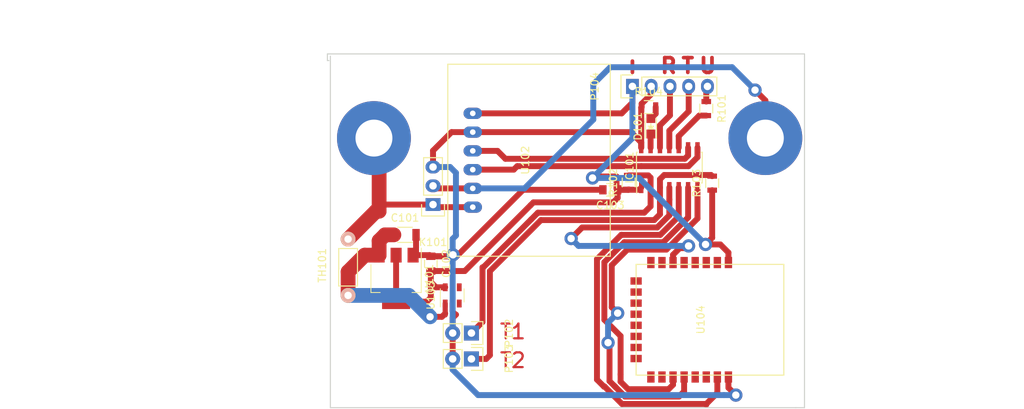
<source format=kicad_pcb>
(kicad_pcb (version 4) (host pcbnew 4.0.6)

  (general
    (links 46)
    (no_connects 0)
    (area 126.624999 96.524999 191.375001 144.575001)
    (thickness 1.6)
    (drawings 32)
    (tracks 227)
    (zones 0)
    (modules 20)
    (nets 21)
  )

  (page A4)
  (layers
    (0 F.Cu signal)
    (31 B.Cu signal)
    (32 B.Adhes user)
    (33 F.Adhes user)
    (34 B.Paste user)
    (35 F.Paste user)
    (36 B.SilkS user)
    (37 F.SilkS user)
    (38 B.Mask user)
    (39 F.Mask user)
    (40 Dwgs.User user)
    (41 Cmts.User user)
    (42 Eco1.User user)
    (43 Eco2.User user)
    (44 Edge.Cuts user)
    (45 Margin user)
    (46 B.CrtYd user)
    (47 F.CrtYd user)
    (48 B.Fab user)
    (49 F.Fab user)
  )

  (setup
    (last_trace_width 0.8)
    (trace_clearance 0.2)
    (zone_clearance 0.5)
    (zone_45_only yes)
    (trace_min 0.2)
    (segment_width 0.2)
    (edge_width 0.15)
    (via_size 1.8)
    (via_drill 1)
    (via_min_size 0.4)
    (via_min_drill 0.3)
    (uvia_size 0.3)
    (uvia_drill 0.1)
    (uvias_allowed no)
    (uvia_min_size 0.2)
    (uvia_min_drill 0.1)
    (pcb_text_width 0.3)
    (pcb_text_size 1.5 1.5)
    (mod_edge_width 0.15)
    (mod_text_size 1 1)
    (mod_text_width 0.15)
    (pad_size 1.524 1.524)
    (pad_drill 0.762)
    (pad_to_mask_clearance 0.2)
    (aux_axis_origin 126.9 144.7)
    (visible_elements FFFFFF7F)
    (pcbplotparams
      (layerselection 0x00000_80000001)
      (usegerberextensions false)
      (excludeedgelayer true)
      (linewidth 0.100000)
      (plotframeref false)
      (viasonmask false)
      (mode 1)
      (useauxorigin true)
      (hpglpennumber 1)
      (hpglpenspeed 20)
      (hpglpendiameter 15)
      (hpglpenoverlay 2)
      (psnegative false)
      (psa4output false)
      (plotreference true)
      (plotvalue true)
      (plotinvisibletext false)
      (padsonsilk false)
      (subtractmaskfromsilk false)
      (outputformat 1)
      (mirror false)
      (drillshape 0)
      (scaleselection 1)
      (outputdirectory ""))
  )

  (net 0 "")
  (net 1 GND)
  (net 2 5V)
  (net 3 TEMP1)
  (net 4 TEMP2)
  (net 5 RS-RX)
  (net 6 RS-TX)
  (net 7 SDA)
  (net 8 SCL)
  (net 9 "Net-(IC101-Pad10)")
  (net 10 TX)
  (net 11 RX)
  (net 12 IN+)
  (net 13 IN-)
  (net 14 UDPI)
  (net 15 3V)
  (net 16 "Net-(C101-Pad1)")
  (net 17 "Net-(D101-Pad2)")
  (net 18 LED)
  (net 19 WAKEUP)
  (net 20 RESET)

  (net_class Default "This is the default net class."
    (clearance 0.2)
    (trace_width 0.8)
    (via_dia 1.8)
    (via_drill 1)
    (uvia_dia 0.3)
    (uvia_drill 0.1)
    (add_net 3V)
    (add_net GND)
    (add_net IN+)
    (add_net IN-)
    (add_net LED)
    (add_net "Net-(C101-Pad1)")
    (add_net "Net-(D101-Pad2)")
    (add_net "Net-(IC101-Pad10)")
    (add_net RESET)
    (add_net RS-RX)
    (add_net RS-TX)
    (add_net RX)
    (add_net SCL)
    (add_net SDA)
    (add_net TEMP1)
    (add_net TEMP2)
    (add_net TX)
    (add_net UDPI)
    (add_net WAKEUP)
  )

  (module Capacitors_SMD:C_1206 (layer F.Cu) (tedit 5415D7BD) (tstamp 62F8FE7B)
    (at 137.2 121.1)
    (descr "Capacitor SMD 1206, reflow soldering, AVX (see smccp.pdf)")
    (tags "capacitor 1206")
    (path /62F9089E)
    (attr smd)
    (fp_text reference C101 (at 0 -2.3) (layer F.SilkS)
      (effects (font (size 1 1) (thickness 0.15)))
    )
    (fp_text value 1uF (at 0 2.3) (layer F.Fab)
      (effects (font (size 1 1) (thickness 0.15)))
    )
    (fp_line (start -1.6 0.8) (end -1.6 -0.8) (layer F.Fab) (width 0.15))
    (fp_line (start 1.6 0.8) (end -1.6 0.8) (layer F.Fab) (width 0.15))
    (fp_line (start 1.6 -0.8) (end 1.6 0.8) (layer F.Fab) (width 0.15))
    (fp_line (start -1.6 -0.8) (end 1.6 -0.8) (layer F.Fab) (width 0.15))
    (fp_line (start -2.3 -1.15) (end 2.3 -1.15) (layer F.CrtYd) (width 0.05))
    (fp_line (start -2.3 1.15) (end 2.3 1.15) (layer F.CrtYd) (width 0.05))
    (fp_line (start -2.3 -1.15) (end -2.3 1.15) (layer F.CrtYd) (width 0.05))
    (fp_line (start 2.3 -1.15) (end 2.3 1.15) (layer F.CrtYd) (width 0.05))
    (fp_line (start 1 -1.025) (end -1 -1.025) (layer F.SilkS) (width 0.15))
    (fp_line (start -1 1.025) (end 1 1.025) (layer F.SilkS) (width 0.15))
    (pad 1 smd rect (at -1.5 0) (size 1 1.6) (layers F.Cu F.Paste F.Mask)
      (net 16 "Net-(C101-Pad1)"))
    (pad 2 smd rect (at 1.5 0) (size 1 1.6) (layers F.Cu F.Paste F.Mask)
      (net 1 GND))
    (model Capacitors_SMD.3dshapes/C_1206.wrl
      (at (xyz 0 0 0))
      (scale (xyz 1 1 1))
      (rotate (xyz 0 0 0))
    )
  )

  (module Capacitors_SMD:C_0805 (layer F.Cu) (tedit 5415D6EA) (tstamp 62F8FE81)
    (at 140.7 125 270)
    (descr "Capacitor SMD 0805, reflow soldering, AVX (see smccp.pdf)")
    (tags "capacitor 0805")
    (path /62F8F8E4)
    (attr smd)
    (fp_text reference C102 (at 0 -2.1 270) (layer F.SilkS)
      (effects (font (size 1 1) (thickness 0.15)))
    )
    (fp_text value 10uF (at 0 2.1 270) (layer F.Fab)
      (effects (font (size 1 1) (thickness 0.15)))
    )
    (fp_line (start -1 0.625) (end -1 -0.625) (layer F.Fab) (width 0.15))
    (fp_line (start 1 0.625) (end -1 0.625) (layer F.Fab) (width 0.15))
    (fp_line (start 1 -0.625) (end 1 0.625) (layer F.Fab) (width 0.15))
    (fp_line (start -1 -0.625) (end 1 -0.625) (layer F.Fab) (width 0.15))
    (fp_line (start -1.8 -1) (end 1.8 -1) (layer F.CrtYd) (width 0.05))
    (fp_line (start -1.8 1) (end 1.8 1) (layer F.CrtYd) (width 0.05))
    (fp_line (start -1.8 -1) (end -1.8 1) (layer F.CrtYd) (width 0.05))
    (fp_line (start 1.8 -1) (end 1.8 1) (layer F.CrtYd) (width 0.05))
    (fp_line (start 0.5 -0.85) (end -0.5 -0.85) (layer F.SilkS) (width 0.15))
    (fp_line (start -0.5 0.85) (end 0.5 0.85) (layer F.SilkS) (width 0.15))
    (pad 1 smd rect (at -1 0 270) (size 1 1.25) (layers F.Cu F.Paste F.Mask)
      (net 1 GND))
    (pad 2 smd rect (at 1 0 270) (size 1 1.25) (layers F.Cu F.Paste F.Mask)
      (net 15 3V))
    (model Capacitors_SMD.3dshapes/C_0805.wrl
      (at (xyz 0 0 0))
      (scale (xyz 1 1 1))
      (rotate (xyz 0 0 0))
    )
  )

  (module Capacitors_SMD:C_0805 (layer F.Cu) (tedit 5415D6EA) (tstamp 62F8FE87)
    (at 165 115 180)
    (descr "Capacitor SMD 0805, reflow soldering, AVX (see smccp.pdf)")
    (tags "capacitor 0805")
    (path /62F8F962)
    (attr smd)
    (fp_text reference C103 (at 0 -2.1 180) (layer F.SilkS)
      (effects (font (size 1 1) (thickness 0.15)))
    )
    (fp_text value 100nF (at 0 2.1 180) (layer F.Fab)
      (effects (font (size 1 1) (thickness 0.15)))
    )
    (fp_line (start -1 0.625) (end -1 -0.625) (layer F.Fab) (width 0.15))
    (fp_line (start 1 0.625) (end -1 0.625) (layer F.Fab) (width 0.15))
    (fp_line (start 1 -0.625) (end 1 0.625) (layer F.Fab) (width 0.15))
    (fp_line (start -1 -0.625) (end 1 -0.625) (layer F.Fab) (width 0.15))
    (fp_line (start -1.8 -1) (end 1.8 -1) (layer F.CrtYd) (width 0.05))
    (fp_line (start -1.8 1) (end 1.8 1) (layer F.CrtYd) (width 0.05))
    (fp_line (start -1.8 -1) (end -1.8 1) (layer F.CrtYd) (width 0.05))
    (fp_line (start 1.8 -1) (end 1.8 1) (layer F.CrtYd) (width 0.05))
    (fp_line (start 0.5 -0.85) (end -0.5 -0.85) (layer F.SilkS) (width 0.15))
    (fp_line (start -0.5 0.85) (end 0.5 0.85) (layer F.SilkS) (width 0.15))
    (pad 1 smd rect (at -1 0 180) (size 1 1.25) (layers F.Cu F.Paste F.Mask)
      (net 15 3V))
    (pad 2 smd rect (at 1 0 180) (size 1 1.25) (layers F.Cu F.Paste F.Mask)
      (net 1 GND))
    (model Capacitors_SMD.3dshapes/C_0805.wrl
      (at (xyz 0 0 0))
      (scale (xyz 1 1 1))
      (rotate (xyz 0 0 0))
    )
  )

  (module Housings_SOIC:SOIC-14_3.9x8.7mm_Pitch1.27mm (layer F.Cu) (tedit 574D9791) (tstamp 62F8FE99)
    (at 173 112 90)
    (descr "14-Lead Plastic Small Outline (SL) - Narrow, 3.90 mm Body [SOIC] (see Microchip Packaging Specification 00000049BS.pdf)")
    (tags "SOIC 1.27")
    (path /62F8F322)
    (attr smd)
    (fp_text reference IC101 (at 0 -5.375 90) (layer F.SilkS)
      (effects (font (size 1 1) (thickness 0.15)))
    )
    (fp_text value ATTINY3224-SS (at 0 5.375 90) (layer F.Fab)
      (effects (font (size 1 1) (thickness 0.15)))
    )
    (fp_line (start -0.95 -4.35) (end 1.95 -4.35) (layer F.Fab) (width 0.15))
    (fp_line (start 1.95 -4.35) (end 1.95 4.35) (layer F.Fab) (width 0.15))
    (fp_line (start 1.95 4.35) (end -1.95 4.35) (layer F.Fab) (width 0.15))
    (fp_line (start -1.95 4.35) (end -1.95 -3.35) (layer F.Fab) (width 0.15))
    (fp_line (start -1.95 -3.35) (end -0.95 -4.35) (layer F.Fab) (width 0.15))
    (fp_line (start -3.7 -4.65) (end -3.7 4.65) (layer F.CrtYd) (width 0.05))
    (fp_line (start 3.7 -4.65) (end 3.7 4.65) (layer F.CrtYd) (width 0.05))
    (fp_line (start -3.7 -4.65) (end 3.7 -4.65) (layer F.CrtYd) (width 0.05))
    (fp_line (start -3.7 4.65) (end 3.7 4.65) (layer F.CrtYd) (width 0.05))
    (fp_line (start -2.075 -4.45) (end -2.075 -4.425) (layer F.SilkS) (width 0.15))
    (fp_line (start 2.075 -4.45) (end 2.075 -4.335) (layer F.SilkS) (width 0.15))
    (fp_line (start 2.075 4.45) (end 2.075 4.335) (layer F.SilkS) (width 0.15))
    (fp_line (start -2.075 4.45) (end -2.075 4.335) (layer F.SilkS) (width 0.15))
    (fp_line (start -2.075 -4.45) (end 2.075 -4.45) (layer F.SilkS) (width 0.15))
    (fp_line (start -2.075 4.45) (end 2.075 4.45) (layer F.SilkS) (width 0.15))
    (fp_line (start -2.075 -4.425) (end -3.45 -4.425) (layer F.SilkS) (width 0.15))
    (pad 1 smd rect (at -2.7 -3.81 90) (size 1.5 0.6) (layers F.Cu F.Paste F.Mask)
      (net 15 3V))
    (pad 2 smd rect (at -2.7 -2.54 90) (size 1.5 0.6) (layers F.Cu F.Paste F.Mask)
      (net 3 TEMP1))
    (pad 3 smd rect (at -2.7 -1.27 90) (size 1.5 0.6) (layers F.Cu F.Paste F.Mask)
      (net 4 TEMP2))
    (pad 4 smd rect (at -2.7 0 90) (size 1.5 0.6) (layers F.Cu F.Paste F.Mask)
      (net 19 WAKEUP))
    (pad 5 smd rect (at -2.7 1.27 90) (size 1.5 0.6) (layers F.Cu F.Paste F.Mask)
      (net 20 RESET))
    (pad 6 smd rect (at -2.7 2.54 90) (size 1.5 0.6) (layers F.Cu F.Paste F.Mask)
      (net 5 RS-RX))
    (pad 7 smd rect (at -2.7 3.81 90) (size 1.5 0.6) (layers F.Cu F.Paste F.Mask)
      (net 6 RS-TX))
    (pad 8 smd rect (at 2.7 3.81 90) (size 1.5 0.6) (layers F.Cu F.Paste F.Mask)
      (net 7 SDA))
    (pad 9 smd rect (at 2.7 2.54 90) (size 1.5 0.6) (layers F.Cu F.Paste F.Mask)
      (net 8 SCL))
    (pad 10 smd rect (at 2.7 1.27 90) (size 1.5 0.6) (layers F.Cu F.Paste F.Mask)
      (net 9 "Net-(IC101-Pad10)"))
    (pad 11 smd rect (at 2.7 0 90) (size 1.5 0.6) (layers F.Cu F.Paste F.Mask)
      (net 10 TX))
    (pad 12 smd rect (at 2.7 -1.27 90) (size 1.5 0.6) (layers F.Cu F.Paste F.Mask)
      (net 11 RX))
    (pad 13 smd rect (at 2.7 -2.54 90) (size 1.5 0.6) (layers F.Cu F.Paste F.Mask)
      (net 18 LED))
    (pad 14 smd rect (at 2.7 -3.81 90) (size 1.5 0.6) (layers F.Cu F.Paste F.Mask)
      (net 1 GND))
    (model Housings_SOIC.3dshapes/SOIC-14_3.9x8.7mm_Pitch1.27mm.wrl
      (at (xyz 0 0 0))
      (scale (xyz 1 1 1))
      (rotate (xyz 0 0 0))
    )
  )

  (module Pin_Headers:Pin_Header_Straight_1x03 (layer F.Cu) (tedit 0) (tstamp 62F8FEAC)
    (at 141 117 180)
    (descr "Through hole pin header")
    (tags "pin header")
    (path /62F90DF3)
    (fp_text reference K101 (at 0 -5.1 180) (layer F.SilkS)
      (effects (font (size 1 1) (thickness 0.15)))
    )
    (fp_text value CONN_3 (at 0 -3.1 180) (layer F.Fab)
      (effects (font (size 1 1) (thickness 0.15)))
    )
    (fp_line (start -1.75 -1.75) (end -1.75 6.85) (layer F.CrtYd) (width 0.05))
    (fp_line (start 1.75 -1.75) (end 1.75 6.85) (layer F.CrtYd) (width 0.05))
    (fp_line (start -1.75 -1.75) (end 1.75 -1.75) (layer F.CrtYd) (width 0.05))
    (fp_line (start -1.75 6.85) (end 1.75 6.85) (layer F.CrtYd) (width 0.05))
    (fp_line (start -1.27 1.27) (end -1.27 6.35) (layer F.SilkS) (width 0.15))
    (fp_line (start -1.27 6.35) (end 1.27 6.35) (layer F.SilkS) (width 0.15))
    (fp_line (start 1.27 6.35) (end 1.27 1.27) (layer F.SilkS) (width 0.15))
    (fp_line (start 1.55 -1.55) (end 1.55 0) (layer F.SilkS) (width 0.15))
    (fp_line (start 1.27 1.27) (end -1.27 1.27) (layer F.SilkS) (width 0.15))
    (fp_line (start -1.55 0) (end -1.55 -1.55) (layer F.SilkS) (width 0.15))
    (fp_line (start -1.55 -1.55) (end 1.55 -1.55) (layer F.SilkS) (width 0.15))
    (pad 1 thru_hole rect (at 0 0 180) (size 2.032 1.7272) (drill 1.016) (layers *.Cu *.Mask)
      (net 12 IN+))
    (pad 2 thru_hole oval (at 0 2.54 180) (size 2.032 1.7272) (drill 1.016) (layers *.Cu *.Mask)
      (net 13 IN-))
    (pad 3 thru_hole oval (at 0 5.08 180) (size 2.032 1.7272) (drill 1.016) (layers *.Cu *.Mask)
      (net 1 GND))
    (model Pin_Headers.3dshapes/Pin_Header_Straight_1x03.wrl
      (at (xyz 0 -0.1 0))
      (scale (xyz 1 1 1))
      (rotate (xyz 0 0 90))
    )
  )

  (module Pin_Headers:Pin_Header_Straight_1x02 (layer F.Cu) (tedit 54EA090C) (tstamp 62F8FEBA)
    (at 146.2 134.4 270)
    (descr "Through hole pin header")
    (tags "pin header")
    (path /62F9028E)
    (fp_text reference P102 (at 0 -5.1 270) (layer F.SilkS)
      (effects (font (size 1 1) (thickness 0.15)))
    )
    (fp_text value CONN_2 (at 0 -3.1 270) (layer F.Fab)
      (effects (font (size 1 1) (thickness 0.15)))
    )
    (fp_line (start 1.27 1.27) (end 1.27 3.81) (layer F.SilkS) (width 0.15))
    (fp_line (start 1.55 -1.55) (end 1.55 0) (layer F.SilkS) (width 0.15))
    (fp_line (start -1.75 -1.75) (end -1.75 4.3) (layer F.CrtYd) (width 0.05))
    (fp_line (start 1.75 -1.75) (end 1.75 4.3) (layer F.CrtYd) (width 0.05))
    (fp_line (start -1.75 -1.75) (end 1.75 -1.75) (layer F.CrtYd) (width 0.05))
    (fp_line (start -1.75 4.3) (end 1.75 4.3) (layer F.CrtYd) (width 0.05))
    (fp_line (start 1.27 1.27) (end -1.27 1.27) (layer F.SilkS) (width 0.15))
    (fp_line (start -1.55 0) (end -1.55 -1.55) (layer F.SilkS) (width 0.15))
    (fp_line (start -1.55 -1.55) (end 1.55 -1.55) (layer F.SilkS) (width 0.15))
    (fp_line (start -1.27 1.27) (end -1.27 3.81) (layer F.SilkS) (width 0.15))
    (fp_line (start -1.27 3.81) (end 1.27 3.81) (layer F.SilkS) (width 0.15))
    (pad 1 thru_hole rect (at 0 0 270) (size 2.032 2.032) (drill 1.016) (layers *.Cu *.Mask)
      (net 3 TEMP1))
    (pad 2 thru_hole oval (at 0 2.54 270) (size 2.032 2.032) (drill 1.016) (layers *.Cu *.Mask)
      (net 1 GND))
    (model Pin_Headers.3dshapes/Pin_Header_Straight_1x02.wrl
      (at (xyz 0 -0.05 0))
      (scale (xyz 1 1 1))
      (rotate (xyz 0 0 90))
    )
  )

  (module Pin_Headers:Pin_Header_Straight_1x02 (layer F.Cu) (tedit 54EA090C) (tstamp 62F8FEC0)
    (at 146.2 137.9 270)
    (descr "Through hole pin header")
    (tags "pin header")
    (path /62F90323)
    (fp_text reference P103 (at 0 -5.1 270) (layer F.SilkS)
      (effects (font (size 1 1) (thickness 0.15)))
    )
    (fp_text value CONN_2 (at 0 -3.1 270) (layer F.Fab)
      (effects (font (size 1 1) (thickness 0.15)))
    )
    (fp_line (start 1.27 1.27) (end 1.27 3.81) (layer F.SilkS) (width 0.15))
    (fp_line (start 1.55 -1.55) (end 1.55 0) (layer F.SilkS) (width 0.15))
    (fp_line (start -1.75 -1.75) (end -1.75 4.3) (layer F.CrtYd) (width 0.05))
    (fp_line (start 1.75 -1.75) (end 1.75 4.3) (layer F.CrtYd) (width 0.05))
    (fp_line (start -1.75 -1.75) (end 1.75 -1.75) (layer F.CrtYd) (width 0.05))
    (fp_line (start -1.75 4.3) (end 1.75 4.3) (layer F.CrtYd) (width 0.05))
    (fp_line (start 1.27 1.27) (end -1.27 1.27) (layer F.SilkS) (width 0.15))
    (fp_line (start -1.55 0) (end -1.55 -1.55) (layer F.SilkS) (width 0.15))
    (fp_line (start -1.55 -1.55) (end 1.55 -1.55) (layer F.SilkS) (width 0.15))
    (fp_line (start -1.27 1.27) (end -1.27 3.81) (layer F.SilkS) (width 0.15))
    (fp_line (start -1.27 3.81) (end 1.27 3.81) (layer F.SilkS) (width 0.15))
    (pad 1 thru_hole rect (at 0 0 270) (size 2.032 2.032) (drill 1.016) (layers *.Cu *.Mask)
      (net 4 TEMP2))
    (pad 2 thru_hole oval (at 0 2.54 270) (size 2.032 2.032) (drill 1.016) (layers *.Cu *.Mask)
      (net 1 GND))
    (model Pin_Headers.3dshapes/Pin_Header_Straight_1x02.wrl
      (at (xyz 0 -0.05 0))
      (scale (xyz 1 1 1))
      (rotate (xyz 0 0 90))
    )
  )

  (module Pin_Headers:Pin_Header_Straight_1x05 (layer F.Cu) (tedit 54EA0684) (tstamp 62F8FEC9)
    (at 168 101 90)
    (descr "Through hole pin header")
    (tags "pin header")
    (path /62F8FA97)
    (fp_text reference P104 (at 0 -5.1 90) (layer F.SilkS)
      (effects (font (size 1 1) (thickness 0.15)))
    )
    (fp_text value DEBUG (at 0 -3.1 90) (layer F.Fab)
      (effects (font (size 1 1) (thickness 0.15)))
    )
    (fp_line (start -1.55 0) (end -1.55 -1.55) (layer F.SilkS) (width 0.15))
    (fp_line (start -1.55 -1.55) (end 1.55 -1.55) (layer F.SilkS) (width 0.15))
    (fp_line (start 1.55 -1.55) (end 1.55 0) (layer F.SilkS) (width 0.15))
    (fp_line (start -1.75 -1.75) (end -1.75 11.95) (layer F.CrtYd) (width 0.05))
    (fp_line (start 1.75 -1.75) (end 1.75 11.95) (layer F.CrtYd) (width 0.05))
    (fp_line (start -1.75 -1.75) (end 1.75 -1.75) (layer F.CrtYd) (width 0.05))
    (fp_line (start -1.75 11.95) (end 1.75 11.95) (layer F.CrtYd) (width 0.05))
    (fp_line (start 1.27 1.27) (end 1.27 11.43) (layer F.SilkS) (width 0.15))
    (fp_line (start 1.27 11.43) (end -1.27 11.43) (layer F.SilkS) (width 0.15))
    (fp_line (start -1.27 11.43) (end -1.27 1.27) (layer F.SilkS) (width 0.15))
    (fp_line (start 1.27 1.27) (end -1.27 1.27) (layer F.SilkS) (width 0.15))
    (pad 1 thru_hole rect (at 0 0 90) (size 2.032 1.7272) (drill 1.016) (layers *.Cu *.Mask)
      (net 15 3V))
    (pad 2 thru_hole oval (at 0 2.54 90) (size 2.032 1.7272) (drill 1.016) (layers *.Cu *.Mask)
      (net 1 GND))
    (pad 3 thru_hole oval (at 0 5.08 90) (size 2.032 1.7272) (drill 1.016) (layers *.Cu *.Mask)
      (net 11 RX))
    (pad 4 thru_hole oval (at 0 7.62 90) (size 2.032 1.7272) (drill 1.016) (layers *.Cu *.Mask)
      (net 10 TX))
    (pad 5 thru_hole oval (at 0 10.16 90) (size 2.032 1.7272) (drill 1.016) (layers *.Cu *.Mask)
      (net 14 UDPI))
    (model Pin_Headers.3dshapes/Pin_Header_Straight_1x05.wrl
      (at (xyz 0 -0.2 0))
      (scale (xyz 1 1 1))
      (rotate (xyz 0 0 90))
    )
  )

  (module Resistors_SMD:R_0805 (layer F.Cu) (tedit 58307B54) (tstamp 62F8FECF)
    (at 178 104 270)
    (descr "Resistor SMD 0805, reflow soldering, Vishay (see dcrcw.pdf)")
    (tags "resistor 0805")
    (path /62F8FC80)
    (attr smd)
    (fp_text reference R101 (at 0 -2.1 270) (layer F.SilkS)
      (effects (font (size 1 1) (thickness 0.15)))
    )
    (fp_text value 270R (at 0 2.1 270) (layer F.Fab)
      (effects (font (size 1 1) (thickness 0.15)))
    )
    (fp_line (start -1 0.625) (end -1 -0.625) (layer F.Fab) (width 0.1))
    (fp_line (start 1 0.625) (end -1 0.625) (layer F.Fab) (width 0.1))
    (fp_line (start 1 -0.625) (end 1 0.625) (layer F.Fab) (width 0.1))
    (fp_line (start -1 -0.625) (end 1 -0.625) (layer F.Fab) (width 0.1))
    (fp_line (start -1.6 -1) (end 1.6 -1) (layer F.CrtYd) (width 0.05))
    (fp_line (start -1.6 1) (end 1.6 1) (layer F.CrtYd) (width 0.05))
    (fp_line (start -1.6 -1) (end -1.6 1) (layer F.CrtYd) (width 0.05))
    (fp_line (start 1.6 -1) (end 1.6 1) (layer F.CrtYd) (width 0.05))
    (fp_line (start 0.6 0.875) (end -0.6 0.875) (layer F.SilkS) (width 0.15))
    (fp_line (start -0.6 -0.875) (end 0.6 -0.875) (layer F.SilkS) (width 0.15))
    (pad 1 smd rect (at -0.95 0 270) (size 0.7 1.3) (layers F.Cu F.Paste F.Mask)
      (net 14 UDPI))
    (pad 2 smd rect (at 0.95 0 270) (size 0.7 1.3) (layers F.Cu F.Paste F.Mask)
      (net 9 "Net-(IC101-Pad10)"))
    (model Resistors_SMD.3dshapes/R_0805.wrl
      (at (xyz 0 0 0))
      (scale (xyz 1 1 1))
      (rotate (xyz 0 0 0))
    )
  )

  (module Resistors_SMD:R_0805 (layer F.Cu) (tedit 58307B54) (tstamp 62F8FED5)
    (at 167.5 114 90)
    (descr "Resistor SMD 0805, reflow soldering, Vishay (see dcrcw.pdf)")
    (tags "resistor 0805")
    (path /62F8F813)
    (attr smd)
    (fp_text reference R102 (at 0 -2.1 90) (layer F.SilkS)
      (effects (font (size 1 1) (thickness 0.15)))
    )
    (fp_text value 10K (at 0 2.1 90) (layer F.Fab)
      (effects (font (size 1 1) (thickness 0.15)))
    )
    (fp_line (start -1 0.625) (end -1 -0.625) (layer F.Fab) (width 0.1))
    (fp_line (start 1 0.625) (end -1 0.625) (layer F.Fab) (width 0.1))
    (fp_line (start 1 -0.625) (end 1 0.625) (layer F.Fab) (width 0.1))
    (fp_line (start -1 -0.625) (end 1 -0.625) (layer F.Fab) (width 0.1))
    (fp_line (start -1.6 -1) (end 1.6 -1) (layer F.CrtYd) (width 0.05))
    (fp_line (start -1.6 1) (end 1.6 1) (layer F.CrtYd) (width 0.05))
    (fp_line (start -1.6 -1) (end -1.6 1) (layer F.CrtYd) (width 0.05))
    (fp_line (start 1.6 -1) (end 1.6 1) (layer F.CrtYd) (width 0.05))
    (fp_line (start 0.6 0.875) (end -0.6 0.875) (layer F.SilkS) (width 0.15))
    (fp_line (start -0.6 -0.875) (end 0.6 -0.875) (layer F.SilkS) (width 0.15))
    (pad 1 smd rect (at -0.95 0 90) (size 0.7 1.3) (layers F.Cu F.Paste F.Mask)
      (net 15 3V))
    (pad 2 smd rect (at 0.95 0 90) (size 0.7 1.3) (layers F.Cu F.Paste F.Mask)
      (net 3 TEMP1))
    (model Resistors_SMD.3dshapes/R_0805.wrl
      (at (xyz 0 0 0))
      (scale (xyz 1 1 1))
      (rotate (xyz 0 0 0))
    )
  )

  (module Resistors_SMD:R_0805 (layer F.Cu) (tedit 58307B54) (tstamp 62F8FEDB)
    (at 178.8 114.1 90)
    (descr "Resistor SMD 0805, reflow soldering, Vishay (see dcrcw.pdf)")
    (tags "resistor 0805")
    (path /62F8F89A)
    (attr smd)
    (fp_text reference R103 (at 0 -2.1 90) (layer F.SilkS)
      (effects (font (size 1 1) (thickness 0.15)))
    )
    (fp_text value 10K (at 0 2.1 90) (layer F.Fab)
      (effects (font (size 1 1) (thickness 0.15)))
    )
    (fp_line (start -1 0.625) (end -1 -0.625) (layer F.Fab) (width 0.1))
    (fp_line (start 1 0.625) (end -1 0.625) (layer F.Fab) (width 0.1))
    (fp_line (start 1 -0.625) (end 1 0.625) (layer F.Fab) (width 0.1))
    (fp_line (start -1 -0.625) (end 1 -0.625) (layer F.Fab) (width 0.1))
    (fp_line (start -1.6 -1) (end 1.6 -1) (layer F.CrtYd) (width 0.05))
    (fp_line (start -1.6 1) (end 1.6 1) (layer F.CrtYd) (width 0.05))
    (fp_line (start -1.6 -1) (end -1.6 1) (layer F.CrtYd) (width 0.05))
    (fp_line (start 1.6 -1) (end 1.6 1) (layer F.CrtYd) (width 0.05))
    (fp_line (start 0.6 0.875) (end -0.6 0.875) (layer F.SilkS) (width 0.15))
    (fp_line (start -0.6 -0.875) (end 0.6 -0.875) (layer F.SilkS) (width 0.15))
    (pad 1 smd rect (at -0.95 0 90) (size 0.7 1.3) (layers F.Cu F.Paste F.Mask)
      (net 15 3V))
    (pad 2 smd rect (at 0.95 0 90) (size 0.7 1.3) (layers F.Cu F.Paste F.Mask)
      (net 4 TEMP2))
    (model Resistors_SMD.3dshapes/R_0805.wrl
      (at (xyz 0 0 0))
      (scale (xyz 1 1 1))
      (rotate (xyz 0 0 0))
    )
  )

  (module TO_SOT_Packages_SMD:SOT-223-3Lead_TabPin2 (layer F.Cu) (tedit 5891A32E) (tstamp 62F8FEE3)
    (at 136 127 270)
    (descr "module CMS SOT223 4 pins")
    (tags "CMS SOT")
    (path /62F906EF)
    (attr smd)
    (fp_text reference U101 (at 0 -4.5 270) (layer F.SilkS)
      (effects (font (size 1 1) (thickness 0.15)))
    )
    (fp_text value NCP1117ST50T3G (at 0 4.5 270) (layer F.Fab)
      (effects (font (size 1 1) (thickness 0.15)))
    )
    (fp_line (start 1.91 3.41) (end 1.91 2.15) (layer F.SilkS) (width 0.12))
    (fp_line (start 1.91 -3.41) (end 1.91 -2.15) (layer F.SilkS) (width 0.12))
    (fp_line (start 4.4 -3.6) (end -4.4 -3.6) (layer F.CrtYd) (width 0.05))
    (fp_line (start 4.4 3.6) (end 4.4 -3.6) (layer F.CrtYd) (width 0.05))
    (fp_line (start -4.4 3.6) (end 4.4 3.6) (layer F.CrtYd) (width 0.05))
    (fp_line (start -4.4 -3.6) (end -4.4 3.6) (layer F.CrtYd) (width 0.05))
    (fp_line (start -1.85 -2.35) (end -0.85 -3.35) (layer F.Fab) (width 0.1))
    (fp_line (start -1.85 -2.35) (end -1.85 3.35) (layer F.Fab) (width 0.1))
    (fp_line (start -1.85 3.41) (end 1.91 3.41) (layer F.SilkS) (width 0.12))
    (fp_line (start -0.85 -3.35) (end 1.85 -3.35) (layer F.Fab) (width 0.1))
    (fp_line (start -4.1 -3.41) (end 1.91 -3.41) (layer F.SilkS) (width 0.12))
    (fp_line (start -1.85 3.35) (end 1.85 3.35) (layer F.Fab) (width 0.1))
    (fp_line (start 1.85 -3.35) (end 1.85 3.35) (layer F.Fab) (width 0.1))
    (pad 2 smd rect (at 3.15 0 270) (size 2 3.8) (layers F.Cu F.Paste F.Mask)
      (net 15 3V))
    (pad 2 smd rect (at -3.15 0 270) (size 2 1.5) (layers F.Cu F.Paste F.Mask)
      (net 15 3V))
    (pad 3 smd rect (at -3.15 2.3 270) (size 2 1.5) (layers F.Cu F.Paste F.Mask)
      (net 16 "Net-(C101-Pad1)"))
    (pad 1 smd rect (at -3.15 -2.3 270) (size 2 1.5) (layers F.Cu F.Paste F.Mask)
      (net 1 GND))
    (model TO_SOT_Packages_SMD.3dshapes/SOT-223.wrl
      (at (xyz 0 0 0))
      (scale (xyz 0.4 0.4 0.4))
      (rotate (xyz 0 0 90))
    )
  )

  (module Divers:INA219Module (layer F.Cu) (tedit 62F8FDF6) (tstamp 62F8FEF1)
    (at 154 111 270)
    (path /62F8F2F5)
    (fp_text reference U102 (at 0 0.5 270) (layer F.SilkS)
      (effects (font (size 1 1) (thickness 0.15)))
    )
    (fp_text value INA219-module (at 0 -0.5 270) (layer F.Fab)
      (effects (font (size 1 1) (thickness 0.15)))
    )
    (fp_line (start -13 -11) (end 13 -11) (layer F.SilkS) (width 0.15))
    (fp_line (start 13 -11) (end 13 11) (layer F.SilkS) (width 0.15))
    (fp_line (start 13 11) (end -13 11) (layer F.SilkS) (width 0.15))
    (fp_line (start -13 11) (end -13 -11) (layer F.SilkS) (width 0.15))
    (pad 3 thru_hole oval (at -1.27 7.62 270) (size 1.524 2.5) (drill 0.762) (layers *.Cu *.Mask)
      (net 8 SCL))
    (pad 2 thru_hole oval (at -3.81 7.62 270) (size 1.524 2.5) (drill 0.762) (layers *.Cu *.Mask)
      (net 1 GND))
    (pad 1 thru_hole oval (at -6.35 7.62 270) (size 1.524 2.5) (drill 0.762) (layers *.Cu *.Mask)
      (net 15 3V))
    (pad 4 thru_hole oval (at 1.27 7.62 270) (size 1.524 2.5) (drill 0.762) (layers *.Cu *.Mask)
      (net 7 SDA))
    (pad 5 thru_hole oval (at 3.81 7.62 270) (size 1.524 2.5) (drill 0.762) (layers *.Cu *.Mask)
      (net 13 IN-))
    (pad 6 thru_hole oval (at 6.35 7.62 270) (size 1.524 2.5) (drill 0.762) (layers *.Cu *.Mask)
      (net 12 IN+))
  )

  (module TO_SOT_Packages_SMD:SOT-23-5 (layer F.Cu) (tedit 583F3A3F) (tstamp 631A160F)
    (at 143.6 129.3 90)
    (descr "5-pin SOT23 package")
    (tags SOT-23-5)
    (path /631A1898)
    (attr smd)
    (fp_text reference U103 (at 0 -2.9 90) (layer F.SilkS)
      (effects (font (size 1 1) (thickness 0.15)))
    )
    (fp_text value NCP718 (at 0 2.9 90) (layer F.Fab)
      (effects (font (size 1 1) (thickness 0.15)))
    )
    (fp_line (start -0.9 1.61) (end 0.9 1.61) (layer F.SilkS) (width 0.12))
    (fp_line (start 0.9 -1.61) (end -1.55 -1.61) (layer F.SilkS) (width 0.12))
    (fp_line (start -1.9 -1.8) (end 1.9 -1.8) (layer F.CrtYd) (width 0.05))
    (fp_line (start 1.9 -1.8) (end 1.9 1.8) (layer F.CrtYd) (width 0.05))
    (fp_line (start 1.9 1.8) (end -1.9 1.8) (layer F.CrtYd) (width 0.05))
    (fp_line (start -1.9 1.8) (end -1.9 -1.8) (layer F.CrtYd) (width 0.05))
    (fp_line (start 0.9 -1.55) (end -0.9 -1.55) (layer F.Fab) (width 0.15))
    (fp_line (start -0.9 -1.55) (end -0.9 1.55) (layer F.Fab) (width 0.15))
    (fp_line (start 0.9 1.55) (end -0.9 1.55) (layer F.Fab) (width 0.15))
    (fp_line (start 0.9 -1.55) (end 0.9 1.55) (layer F.Fab) (width 0.15))
    (pad 1 smd rect (at -1.1 -0.95 90) (size 1.06 0.65) (layers F.Cu F.Paste F.Mask)
      (net 16 "Net-(C101-Pad1)"))
    (pad 2 smd rect (at -1.1 0 90) (size 1.06 0.65) (layers F.Cu F.Paste F.Mask)
      (net 1 GND))
    (pad 3 smd rect (at -1.1 0.95 90) (size 1.06 0.65) (layers F.Cu F.Paste F.Mask))
    (pad 4 smd rect (at 1.1 0.95 90) (size 1.06 0.65) (layers F.Cu F.Paste F.Mask))
    (pad 5 smd rect (at 1.1 -0.95 90) (size 1.06 0.65) (layers F.Cu F.Paste F.Mask)
      (net 15 3V))
    (model TO_SOT_Packages_SMD.3dshapes/SOT-23-5.wrl
      (at (xyz 0 0 0))
      (scale (xyz 1 1 1))
      (rotate (xyz 0 0 0))
    )
  )

  (module Divers:JDY-25M (layer F.Cu) (tedit 631A1377) (tstamp 631A162F)
    (at 168.5 132.6 270)
    (path /631A1145)
    (fp_text reference U104 (at 0 -8.75 270) (layer F.SilkS)
      (effects (font (size 1 1) (thickness 0.15)))
    )
    (fp_text value JDY25M (at 0 -6 270) (layer F.Fab)
      (effects (font (size 1 1) (thickness 0.15)))
    )
    (fp_line (start -7.5 0) (end 7.5 0) (layer F.SilkS) (width 0.15))
    (fp_line (start 7.5 0) (end 7.5 -20) (layer F.SilkS) (width 0.15))
    (fp_line (start 7.5 -20) (end -7.5 -20) (layer F.SilkS) (width 0.15))
    (fp_line (start -7.5 -20) (end -7.5 0) (layer F.SilkS) (width 0.15))
    (pad 12 smd rect (at -0.75 0 270) (size 1 1.524) (layers F.Cu F.Paste F.Mask))
    (pad 11 smd rect (at -2.25 0 270) (size 1 1.524) (layers F.Cu F.Paste F.Mask))
    (pad 10 smd rect (at -3.75 0 270) (size 1 1.524) (layers F.Cu F.Paste F.Mask))
    (pad 9 smd rect (at -5.25 0 270) (size 1 1.524) (layers F.Cu F.Paste F.Mask))
    (pad 13 smd rect (at 0.75 0 270) (size 1 1.524) (layers F.Cu F.Paste F.Mask))
    (pad 14 smd rect (at 2.25 0 270) (size 1 1.524) (layers F.Cu F.Paste F.Mask))
    (pad 15 smd rect (at 3.75 0 270) (size 1 1.524) (layers F.Cu F.Paste F.Mask))
    (pad 16 smd rect (at 5.25 0 270) (size 1 1.524) (layers F.Cu F.Paste F.Mask))
    (pad 17 smd rect (at 7.75 -2 270) (size 1.524 1) (layers F.Cu F.Paste F.Mask))
    (pad 18 smd rect (at 7.75 -3.5 270) (size 1.524 1) (layers F.Cu F.Paste F.Mask))
    (pad 19 smd rect (at 7.75 -5 270) (size 1.524 1) (layers F.Cu F.Paste F.Mask)
      (net 5 RS-RX))
    (pad 20 smd rect (at 7.75 -6.5 270) (size 1.524 1) (layers F.Cu F.Paste F.Mask)
      (net 6 RS-TX))
    (pad 21 smd rect (at 7.75 -8 270) (size 1.524 1) (layers F.Cu F.Paste F.Mask))
    (pad 22 smd rect (at 7.75 -9.5 270) (size 1.524 1) (layers F.Cu F.Paste F.Mask))
    (pad 23 smd rect (at 7.75 -11 270) (size 1.524 1) (layers F.Cu F.Paste F.Mask)
      (net 20 RESET))
    (pad 24 smd rect (at 7.75 -12.5 270) (size 1.524 1) (layers F.Cu F.Paste F.Mask)
      (net 1 GND))
    (pad 1 smd rect (at -7.75 -12.5 270) (size 1.524 1) (layers F.Cu F.Paste F.Mask)
      (net 15 3V))
    (pad 2 smd rect (at -7.75 -11 270) (size 1.524 1) (layers F.Cu F.Paste F.Mask))
    (pad 3 smd rect (at -7.75 -9.5 270) (size 1.524 1) (layers F.Cu F.Paste F.Mask))
    (pad 4 smd rect (at -7.75 -8 270) (size 1.524 1) (layers F.Cu F.Paste F.Mask))
    (pad 5 smd rect (at -7.75 -6.5 270) (size 1.524 1) (layers F.Cu F.Paste F.Mask))
    (pad 6 smd rect (at -7.75 -5 270) (size 1.524 1) (layers F.Cu F.Paste F.Mask)
      (net 19 WAKEUP))
    (pad 7 smd rect (at -7.75 -3.5 270) (size 1.524 1) (layers F.Cu F.Paste F.Mask))
    (pad 8 smd rect (at -7.75 -2 270) (size 1.524 1) (layers F.Cu F.Paste F.Mask))
  )

  (module Divers:M5Bolt (layer F.Cu) (tedit 6106BC1D) (tstamp 631A1651)
    (at 133 108)
    (path /631A162C)
    (fp_text reference P101 (at 0 0.5) (layer F.SilkS)
      (effects (font (size 1 1) (thickness 0.15)))
    )
    (fp_text value CONN_1 (at 0 -0.5) (layer F.Fab)
      (effects (font (size 1 1) (thickness 0.15)))
    )
    (pad 1 thru_hole circle (at 0 0) (size 10 10) (drill 5) (layers *.Cu *.Mask)
      (net 12 IN+))
  )

  (module Divers:M5Bolt (layer F.Cu) (tedit 6106BC1D) (tstamp 631A1656)
    (at 186 108)
    (path /631A16B4)
    (fp_text reference P105 (at 0 0.5) (layer F.SilkS)
      (effects (font (size 1 1) (thickness 0.15)))
    )
    (fp_text value CONN_1 (at 0 -0.5) (layer F.Fab)
      (effects (font (size 1 1) (thickness 0.15)))
    )
    (pad 1 thru_hole circle (at 0 0) (size 10 10) (drill 5) (layers *.Cu *.Mask)
      (net 13 IN-))
  )

  (module LEDs:LED_0805 (layer F.Cu) (tedit 55BDE1C2) (tstamp 631A33EA)
    (at 170.5 106.4 90)
    (descr "LED 0805 smd package")
    (tags "LED 0805 SMD")
    (path /631A3157)
    (attr smd)
    (fp_text reference D101 (at 0 -1.75 90) (layer F.SilkS)
      (effects (font (size 1 1) (thickness 0.15)))
    )
    (fp_text value LED (at 0 1.75 90) (layer F.Fab)
      (effects (font (size 1 1) (thickness 0.15)))
    )
    (fp_line (start -0.4 -0.3) (end -0.4 0.3) (layer F.Fab) (width 0.15))
    (fp_line (start -0.3 0) (end 0 -0.3) (layer F.Fab) (width 0.15))
    (fp_line (start 0 0.3) (end -0.3 0) (layer F.Fab) (width 0.15))
    (fp_line (start 0 -0.3) (end 0 0.3) (layer F.Fab) (width 0.15))
    (fp_line (start 1 -0.6) (end -1 -0.6) (layer F.Fab) (width 0.15))
    (fp_line (start 1 0.6) (end 1 -0.6) (layer F.Fab) (width 0.15))
    (fp_line (start -1 0.6) (end 1 0.6) (layer F.Fab) (width 0.15))
    (fp_line (start -1 -0.6) (end -1 0.6) (layer F.Fab) (width 0.15))
    (fp_line (start -1.6 0.75) (end 1.1 0.75) (layer F.SilkS) (width 0.15))
    (fp_line (start -1.6 -0.75) (end 1.1 -0.75) (layer F.SilkS) (width 0.15))
    (fp_line (start -0.1 0.15) (end -0.1 -0.1) (layer F.SilkS) (width 0.15))
    (fp_line (start -0.1 -0.1) (end -0.25 0.05) (layer F.SilkS) (width 0.15))
    (fp_line (start -0.35 -0.35) (end -0.35 0.35) (layer F.SilkS) (width 0.15))
    (fp_line (start 0 0) (end 0.35 0) (layer F.SilkS) (width 0.15))
    (fp_line (start -0.35 0) (end 0 -0.35) (layer F.SilkS) (width 0.15))
    (fp_line (start 0 -0.35) (end 0 0.35) (layer F.SilkS) (width 0.15))
    (fp_line (start 0 0.35) (end -0.35 0) (layer F.SilkS) (width 0.15))
    (fp_line (start 1.9 -0.95) (end 1.9 0.95) (layer F.CrtYd) (width 0.05))
    (fp_line (start 1.9 0.95) (end -1.9 0.95) (layer F.CrtYd) (width 0.05))
    (fp_line (start -1.9 0.95) (end -1.9 -0.95) (layer F.CrtYd) (width 0.05))
    (fp_line (start -1.9 -0.95) (end 1.9 -0.95) (layer F.CrtYd) (width 0.05))
    (pad 2 smd rect (at 1.04902 0 270) (size 1.19888 1.19888) (layers F.Cu F.Paste F.Mask)
      (net 17 "Net-(D101-Pad2)"))
    (pad 1 smd rect (at -1.04902 0 270) (size 1.19888 1.19888) (layers F.Cu F.Paste F.Mask)
      (net 18 LED))
    (model LEDs.3dshapes/LED_0805.wrl
      (at (xyz 0 0 0))
      (scale (xyz 1 1 1))
      (rotate (xyz 0 0 0))
    )
  )

  (module Resistors_SMD:R_0805 (layer F.Cu) (tedit 58307B54) (tstamp 631A33FA)
    (at 170.2 103.8)
    (descr "Resistor SMD 0805, reflow soldering, Vishay (see dcrcw.pdf)")
    (tags "resistor 0805")
    (path /631A35A4)
    (attr smd)
    (fp_text reference R104 (at 0 -2.1) (layer F.SilkS)
      (effects (font (size 1 1) (thickness 0.15)))
    )
    (fp_text value 2.2K (at 0 2.1) (layer F.Fab)
      (effects (font (size 1 1) (thickness 0.15)))
    )
    (fp_line (start -1 0.625) (end -1 -0.625) (layer F.Fab) (width 0.1))
    (fp_line (start 1 0.625) (end -1 0.625) (layer F.Fab) (width 0.1))
    (fp_line (start 1 -0.625) (end 1 0.625) (layer F.Fab) (width 0.1))
    (fp_line (start -1 -0.625) (end 1 -0.625) (layer F.Fab) (width 0.1))
    (fp_line (start -1.6 -1) (end 1.6 -1) (layer F.CrtYd) (width 0.05))
    (fp_line (start -1.6 1) (end 1.6 1) (layer F.CrtYd) (width 0.05))
    (fp_line (start -1.6 -1) (end -1.6 1) (layer F.CrtYd) (width 0.05))
    (fp_line (start 1.6 -1) (end 1.6 1) (layer F.CrtYd) (width 0.05))
    (fp_line (start 0.6 0.875) (end -0.6 0.875) (layer F.SilkS) (width 0.15))
    (fp_line (start -0.6 -0.875) (end 0.6 -0.875) (layer F.SilkS) (width 0.15))
    (pad 1 smd rect (at -0.95 0) (size 0.7 1.3) (layers F.Cu F.Paste F.Mask)
      (net 1 GND))
    (pad 2 smd rect (at 0.95 0) (size 0.7 1.3) (layers F.Cu F.Paste F.Mask)
      (net 17 "Net-(D101-Pad2)"))
    (model Resistors_SMD.3dshapes/R_0805.wrl
      (at (xyz 0 0 0))
      (scale (xyz 1 1 1))
      (rotate (xyz 0 0 0))
    )
  )

  (module Resistors_ThroughHole:Resistor_Horizontal_RM7mm (layer F.Cu) (tedit 569FCF07) (tstamp 631A3408)
    (at 129.5 129.3 90)
    (descr "Resistor, Axial,  RM 7.62mm, 1/3W,")
    (tags "Resistor Axial RM 7.62mm 1/3W R3")
    (path /631A31C6)
    (fp_text reference TH101 (at 4.05892 -3.50012 90) (layer F.SilkS)
      (effects (font (size 1 1) (thickness 0.15)))
    )
    (fp_text value THERMISTOR (at 3.81 3.81 90) (layer F.Fab)
      (effects (font (size 1 1) (thickness 0.15)))
    )
    (fp_line (start -1.25 -1.5) (end 8.85 -1.5) (layer F.CrtYd) (width 0.05))
    (fp_line (start -1.25 1.5) (end -1.25 -1.5) (layer F.CrtYd) (width 0.05))
    (fp_line (start 8.85 -1.5) (end 8.85 1.5) (layer F.CrtYd) (width 0.05))
    (fp_line (start -1.25 1.5) (end 8.85 1.5) (layer F.CrtYd) (width 0.05))
    (fp_line (start 1.27 -1.27) (end 6.35 -1.27) (layer F.SilkS) (width 0.15))
    (fp_line (start 6.35 -1.27) (end 6.35 1.27) (layer F.SilkS) (width 0.15))
    (fp_line (start 6.35 1.27) (end 1.27 1.27) (layer F.SilkS) (width 0.15))
    (fp_line (start 1.27 1.27) (end 1.27 -1.27) (layer F.SilkS) (width 0.15))
    (pad 1 thru_hole circle (at 0 0 90) (size 1.99898 1.99898) (drill 1.00076) (layers *.Cu *.SilkS *.Mask)
      (net 16 "Net-(C101-Pad1)"))
    (pad 2 thru_hole circle (at 7.62 0 90) (size 1.99898 1.99898) (drill 1.00076) (layers *.Cu *.SilkS *.Mask)
      (net 12 IN+))
  )

  (gr_text T2 (at 151.8 138.1) (layer F.Cu)
    (effects (font (size 2 2) (thickness 0.3)))
  )
  (gr_text T1 (at 151.8 134.2) (layer F.Cu)
    (effects (font (size 2 2) (thickness 0.3)))
  )
  (gr_text U (at 178.2 98.2) (layer F.Cu)
    (effects (font (size 2 2) (thickness 0.5)))
  )
  (gr_text T (at 175.5 98.2) (layer F.Cu)
    (effects (font (size 2 2) (thickness 0.5)))
  )
  (gr_text R (at 172.9 98.2) (layer F.Cu)
    (effects (font (size 2 2) (thickness 0.5)))
  )
  (gr_text - (at 170.4 98.2) (layer F.Cu)
    (effects (font (size 2 2) (thickness 0.5)))
  )
  (gr_text + (at 168 98.2) (layer F.Cu)
    (effects (font (size 2 2) (thickness 0.5)))
  )
  (gr_line (start 126.7 97.5) (end 126.9 97.5) (angle 90) (layer Edge.Cuts) (width 0.15))
  (gr_line (start 126.7 96.6) (end 126.7 97.5) (angle 90) (layer Edge.Cuts) (width 0.15))
  (gr_line (start 191.3 96.6) (end 126.7 96.6) (angle 90) (layer Edge.Cuts) (width 0.15))
  (gr_line (start 191.3 97.4) (end 191.3 96.6) (angle 90) (layer Edge.Cuts) (width 0.15))
  (gr_line (start 191.3 144.5) (end 191.3 97.4) (angle 90) (layer Edge.Cuts) (width 0.15))
  (gr_line (start 190.1 144.5) (end 191.3 144.5) (angle 90) (layer Edge.Cuts) (width 0.15))
  (gr_line (start 127.1 144.5) (end 190.1 144.5) (angle 90) (layer Edge.Cuts) (width 0.15))
  (gr_line (start 127.1 96.9) (end 127.1 144.5) (angle 90) (layer Edge.Cuts) (width 0.15))
  (gr_line (start 181 98) (end 181 118) (angle 90) (layer Dwgs.User) (width 0.2))
  (gr_line (start 211 98) (end 181 98) (angle 90) (layer Dwgs.User) (width 0.2))
  (gr_line (start 211 118) (end 211 98) (angle 90) (layer Dwgs.User) (width 0.2))
  (gr_line (start 181 118) (end 211 118) (angle 90) (layer Dwgs.User) (width 0.2))
  (dimension 10 (width 0.3) (layer Dwgs.User)
    (gr_text "10.000 mm" (at 218.35 103 90) (layer Dwgs.User)
      (effects (font (size 1.5 1.5) (thickness 0.3)))
    )
    (feature1 (pts (xy 186 98) (xy 219.7 98)))
    (feature2 (pts (xy 186 108) (xy 219.7 108)))
    (crossbar (pts (xy 217 108) (xy 217 98)))
    (arrow1a (pts (xy 217 98) (xy 217.586421 99.126504)))
    (arrow1b (pts (xy 217 98) (xy 216.413579 99.126504)))
    (arrow2a (pts (xy 217 108) (xy 217.586421 106.873496)))
    (arrow2b (pts (xy 217 108) (xy 216.413579 106.873496)))
  )
  (dimension 10 (width 0.3) (layer Dwgs.User)
    (gr_text "10.000 mm" (at 218.35 113 270) (layer Dwgs.User)
      (effects (font (size 1.5 1.5) (thickness 0.3)))
    )
    (feature1 (pts (xy 186 118) (xy 219.7 118)))
    (feature2 (pts (xy 186 108) (xy 219.7 108)))
    (crossbar (pts (xy 217 108) (xy 217 118)))
    (arrow1a (pts (xy 217 118) (xy 216.413579 116.873496)))
    (arrow1b (pts (xy 217 118) (xy 217.586421 116.873496)))
    (arrow2a (pts (xy 217 108) (xy 216.413579 109.126504)))
    (arrow2b (pts (xy 217 108) (xy 217.586421 109.126504)))
  )
  (dimension 25 (width 0.3) (layer Dwgs.User)
    (gr_text "25.000 mm" (at 198.5 128.35) (layer Dwgs.User)
      (effects (font (size 1.5 1.5) (thickness 0.3)))
    )
    (feature1 (pts (xy 211 109) (xy 211 129.7)))
    (feature2 (pts (xy 186 109) (xy 186 129.7)))
    (crossbar (pts (xy 186 127) (xy 211 127)))
    (arrow1a (pts (xy 211 127) (xy 209.873496 127.586421)))
    (arrow1b (pts (xy 211 127) (xy 209.873496 126.413579)))
    (arrow2a (pts (xy 186 127) (xy 187.126504 127.586421)))
    (arrow2b (pts (xy 186 127) (xy 187.126504 126.413579)))
  )
  (dimension 5 (width 0.3) (layer Dwgs.User)
    (gr_text "5.000 mm" (at 183.5 125.35) (layer Dwgs.User)
      (effects (font (size 1.5 1.5) (thickness 0.3)))
    )
    (feature1 (pts (xy 181 108) (xy 181 126.7)))
    (feature2 (pts (xy 186 108) (xy 186 126.7)))
    (crossbar (pts (xy 186 124) (xy 181 124)))
    (arrow1a (pts (xy 181 124) (xy 182.126504 123.413579)))
    (arrow1b (pts (xy 181 124) (xy 182.126504 124.586421)))
    (arrow2a (pts (xy 186 124) (xy 184.873496 123.413579)))
    (arrow2b (pts (xy 186 124) (xy 184.873496 124.586421)))
  )
  (dimension 53 (width 0.3) (layer Dwgs.User)
    (gr_text "53.000 mm" (at 159.5 128.35) (layer Dwgs.User)
      (effects (font (size 1.5 1.5) (thickness 0.3)))
    )
    (feature1 (pts (xy 186 108) (xy 186 129.7)))
    (feature2 (pts (xy 133 108) (xy 133 129.7)))
    (crossbar (pts (xy 133 127) (xy 186 127)))
    (arrow1a (pts (xy 186 127) (xy 184.873496 127.586421)))
    (arrow1b (pts (xy 186 127) (xy 184.873496 126.413579)))
    (arrow2a (pts (xy 133 127) (xy 134.126504 127.586421)))
    (arrow2b (pts (xy 133 127) (xy 134.126504 126.413579)))
  )
  (gr_line (start 108 98) (end 108 118) (angle 90) (layer Dwgs.User) (width 0.2))
  (gr_line (start 138 98) (end 108 98) (angle 90) (layer Dwgs.User) (width 0.2))
  (gr_line (start 138 118) (end 138 98) (angle 90) (layer Dwgs.User) (width 0.2))
  (gr_line (start 108 118) (end 138 118) (angle 90) (layer Dwgs.User) (width 0.2))
  (dimension 25 (width 0.3) (layer Dwgs.User)
    (gr_text "25.000 mm" (at 120.5 131.35) (layer Dwgs.User)
      (effects (font (size 1.5 1.5) (thickness 0.3)))
    )
    (feature1 (pts (xy 108 109) (xy 108 132.7)))
    (feature2 (pts (xy 133 109) (xy 133 132.7)))
    (crossbar (pts (xy 133 130) (xy 108 130)))
    (arrow1a (pts (xy 108 130) (xy 109.126504 129.413579)))
    (arrow1b (pts (xy 108 130) (xy 109.126504 130.586421)))
    (arrow2a (pts (xy 133 130) (xy 131.873496 129.413579)))
    (arrow2b (pts (xy 133 130) (xy 131.873496 130.586421)))
  )
  (dimension 5 (width 0.3) (layer Dwgs.User)
    (gr_text "5.000 mm" (at 135.5 129.35) (layer Dwgs.User)
      (effects (font (size 1.5 1.5) (thickness 0.3)))
    )
    (feature1 (pts (xy 138 109) (xy 138 130.7)))
    (feature2 (pts (xy 133 109) (xy 133 130.7)))
    (crossbar (pts (xy 133 128) (xy 138 128)))
    (arrow1a (pts (xy 138 128) (xy 136.873496 128.586421)))
    (arrow1b (pts (xy 138 128) (xy 136.873496 127.413579)))
    (arrow2a (pts (xy 133 128) (xy 134.126504 128.586421)))
    (arrow2b (pts (xy 133 128) (xy 134.126504 127.413579)))
  )
  (dimension 10 (width 0.3) (layer Dwgs.User)
    (gr_text "10.000 mm" (at 88.65 103 90) (layer Dwgs.User)
      (effects (font (size 1.5 1.5) (thickness 0.3)))
    )
    (feature1 (pts (xy 133 98) (xy 87.3 98)))
    (feature2 (pts (xy 133 108) (xy 87.3 108)))
    (crossbar (pts (xy 90 108) (xy 90 98)))
    (arrow1a (pts (xy 90 98) (xy 90.586421 99.126504)))
    (arrow1b (pts (xy 90 98) (xy 89.413579 99.126504)))
    (arrow2a (pts (xy 90 108) (xy 90.586421 106.873496)))
    (arrow2b (pts (xy 90 108) (xy 89.413579 106.873496)))
  )
  (dimension 10 (width 0.3) (layer Dwgs.User)
    (gr_text "10.000 mm" (at 88.65 113 270) (layer Dwgs.User)
      (effects (font (size 1.5 1.5) (thickness 0.3)))
    )
    (feature1 (pts (xy 133 118) (xy 87.3 118)))
    (feature2 (pts (xy 133 108) (xy 87.3 108)))
    (crossbar (pts (xy 90 108) (xy 90 118)))
    (arrow1a (pts (xy 90 118) (xy 89.413579 116.873496)))
    (arrow1b (pts (xy 90 118) (xy 90.586421 116.873496)))
    (arrow2a (pts (xy 90 108) (xy 89.413579 109.126504)))
    (arrow2b (pts (xy 90 108) (xy 90.586421 109.126504)))
  )

  (segment (start 181 140.35) (end 181 141.8) (width 0.8) (layer F.Cu) (net 1))
  (segment (start 180.4 142.8) (end 147.1 142.8) (width 0.8) (layer B.Cu) (net 1) (tstamp 631A26DA))
  (segment (start 147.1 142.8) (end 143.66 139.36) (width 0.8) (layer B.Cu) (net 1) (tstamp 631A26DB))
  (segment (start 143.66 139.36) (end 143.66 137.9) (width 0.8) (layer B.Cu) (net 1) (tstamp 631A26DF))
  (segment (start 182 142.8) (end 180.4 142.8) (width 0.8) (layer B.Cu) (net 1) (tstamp 631CAE57))
  (via (at 182 142.8) (size 1.8) (drill 1) (layers F.Cu B.Cu) (net 1))
  (segment (start 181 141.8) (end 182 142.8) (width 0.8) (layer F.Cu) (net 1) (tstamp 631CAE51))
  (segment (start 169.19 103.86) (end 169.19 105.81) (width 0.8) (layer F.Cu) (net 1))
  (segment (start 169.19 105.81) (end 169.19 109.3) (width 0.8) (layer F.Cu) (net 1))
  (segment (start 169.19 103.86) (end 169.25 103.8) (width 0.8) (layer F.Cu) (net 1) (tstamp 631A3570))
  (segment (start 169.25 103.8) (end 169.25 103.35) (width 0.8) (layer F.Cu) (net 1) (tstamp 631A3571))
  (segment (start 169.25 103.35) (end 170.54 102.06) (width 0.8) (layer F.Cu) (net 1) (tstamp 631A3572))
  (segment (start 170.54 102.06) (end 170.54 101) (width 0.8) (layer F.Cu) (net 1) (tstamp 631A3573))
  (segment (start 140.7 124) (end 144.2 124) (width 0.8) (layer F.Cu) (net 1))
  (segment (start 153.2 115) (end 164 115) (width 0.8) (layer F.Cu) (net 1) (tstamp 631A2435))
  (segment (start 144.2 124) (end 153.2 115) (width 0.8) (layer F.Cu) (net 1) (tstamp 631A242F))
  (segment (start 140.7 124) (end 143.5 124) (width 0.8) (layer F.Cu) (net 1))
  (via (at 143.7 123.8) (size 1.8) (drill 1) (layers F.Cu B.Cu) (net 1))
  (segment (start 143.5 124) (end 143.7 123.8) (width 0.8) (layer F.Cu) (net 1) (tstamp 631A23C2))
  (segment (start 143.7 123.8) (end 143.66 123.8) (width 0.8) (layer B.Cu) (net 1) (tstamp 631A23C6))
  (segment (start 143.66 123.8) (end 143.7 123.8) (width 0.8) (layer B.Cu) (net 1) (tstamp 631A23C7))
  (segment (start 143.7 123.8) (end 143.66 123.8) (width 0.8) (layer B.Cu) (net 1) (tstamp 631A23C9))
  (segment (start 143.66 134.4) (end 143.66 123.8) (width 0.8) (layer B.Cu) (net 1))
  (segment (start 143.66 123.8) (end 143.66 121.64) (width 0.8) (layer B.Cu) (net 1) (tstamp 631A23CA))
  (segment (start 143.32 111.92) (end 144.1 112.7) (width 0.8) (layer B.Cu) (net 1) (tstamp 631A2077))
  (segment (start 144.1 112.7) (end 144.1 121.1) (width 0.8) (layer B.Cu) (net 1) (tstamp 631A2079))
  (segment (start 144.1 121.1) (end 144.1 121.2) (width 0.8) (layer B.Cu) (net 1) (tstamp 631A2485))
  (segment (start 143.32 111.92) (end 141 111.92) (width 0.8) (layer B.Cu) (net 1))
  (segment (start 143.66 121.64) (end 144.1 121.2) (width 0.8) (layer B.Cu) (net 1) (tstamp 631A23AB))
  (segment (start 143.66 134.4) (end 143.66 132.34) (width 0.8) (layer F.Cu) (net 1))
  (segment (start 143.66 132.34) (end 144.1 131.9) (width 0.8) (layer F.Cu) (net 1) (tstamp 631A2393))
  (segment (start 143.66 137.9) (end 143.66 134.4) (width 0.8) (layer F.Cu) (net 1))
  (segment (start 169.19 109.3) (end 169.19 108.59) (width 0.8) (layer F.Cu) (net 1))
  (segment (start 169.19 108.59) (end 167.79 107.19) (width 0.8) (layer F.Cu) (net 1) (tstamp 631A205B))
  (segment (start 167.79 107.19) (end 146.38 107.19) (width 0.8) (layer F.Cu) (net 1) (tstamp 631A205F))
  (segment (start 146.38 107.19) (end 143.51 107.19) (width 0.8) (layer F.Cu) (net 1))
  (segment (start 141 109.7) (end 141 111.92) (width 0.8) (layer F.Cu) (net 1) (tstamp 631A2013))
  (segment (start 143.51 107.19) (end 141 109.7) (width 0.8) (layer F.Cu) (net 1) (tstamp 631A2011))
  (segment (start 143.6 130.4) (end 143.6 131.4) (width 0.7) (layer F.Cu) (net 1))
  (segment (start 143.6 131.4) (end 144.1 131.9) (width 0.7) (layer F.Cu) (net 1) (tstamp 631A1F88))
  (segment (start 143.8 131.9) (end 144.1 131.9) (width 0.8) (layer F.Cu) (net 1) (tstamp 631A1F3D))
  (segment (start 138.3 123.85) (end 140.55 123.85) (width 0.8) (layer F.Cu) (net 1))
  (segment (start 140.55 123.85) (end 140.7 124) (width 0.8) (layer F.Cu) (net 1) (tstamp 631A1F1A))
  (segment (start 138.7 121.1) (end 138.7 123.45) (width 0.8) (layer F.Cu) (net 1))
  (segment (start 138.7 123.45) (end 138.3 123.85) (width 0.8) (layer F.Cu) (net 1) (tstamp 631A1F17))
  (segment (start 170.46 114.7) (end 170.46 117.23999) (width 0.8) (layer F.Cu) (net 3))
  (segment (start 147.7 125.5) (end 147.7 132.9) (width 0.8) (layer F.Cu) (net 3) (tstamp 631A2358))
  (segment (start 147.7 132.9) (end 146.2 134.4) (width 0.8) (layer F.Cu) (net 3) (tstamp 631A235A))
  (segment (start 147.8 125.5) (end 147.7 125.5) (width 0.8) (layer F.Cu) (net 3) (tstamp 631A357C))
  (segment (start 154.3 119) (end 147.8 125.5) (width 0.8) (layer F.Cu) (net 3) (tstamp 631A357B))
  (segment (start 155.20001 118.09999) (end 154.3 119) (width 0.8) (layer F.Cu) (net 3) (tstamp 631CAEA0))
  (segment (start 169.6 118.09999) (end 155.20001 118.09999) (width 0.8) (layer F.Cu) (net 3) (tstamp 631CAE9D))
  (segment (start 170.46 117.23999) (end 169.6 118.09999) (width 0.8) (layer F.Cu) (net 3) (tstamp 631CAE99))
  (segment (start 170.46 114.7) (end 170.46 113.36) (width 0.8) (layer F.Cu) (net 3))
  (segment (start 170.15 113.05) (end 167.5 113.05) (width 0.8) (layer F.Cu) (net 3) (tstamp 631CAB58))
  (segment (start 170.46 113.36) (end 170.15 113.05) (width 0.8) (layer F.Cu) (net 3) (tstamp 631CAB56))
  (segment (start 171.73 114.7) (end 171.73 118.313136) (width 0.8) (layer F.Cu) (net 4))
  (segment (start 148.700002 126.014214) (end 148.700002 137.399998) (width 0.8) (layer F.Cu) (net 4) (tstamp 631CACB7))
  (segment (start 148.700002 137.399998) (end 148.2 137.9) (width 0.8) (layer F.Cu) (net 4) (tstamp 631CACB9))
  (segment (start 148.2 137.9) (end 146.2 137.9) (width 0.8) (layer F.Cu) (net 4))
  (segment (start 155.614224 119.099992) (end 148.700002 126.014214) (width 0.8) (layer F.Cu) (net 4) (tstamp 631CAE85))
  (segment (start 170.943144 119.099992) (end 155.614224 119.099992) (width 0.8) (layer F.Cu) (net 4) (tstamp 631CAE84))
  (segment (start 171.73 118.313136) (end 170.943144 119.099992) (width 0.8) (layer F.Cu) (net 4) (tstamp 631CAE82))
  (segment (start 171.73 114.7) (end 171.73 113.57) (width 0.8) (layer F.Cu) (net 4))
  (segment (start 172.3 113) (end 178.65 113) (width 0.8) (layer F.Cu) (net 4) (tstamp 631CAB42))
  (segment (start 171.73 113.57) (end 172.3 113) (width 0.8) (layer F.Cu) (net 4) (tstamp 631CAB3B))
  (segment (start 178.65 113) (end 178.8 113.15) (width 0.8) (layer F.Cu) (net 4) (tstamp 631CAB4C))
  (segment (start 166.4 140) (end 166.4 140.985784) (width 0.8) (layer F.Cu) (net 5))
  (segment (start 175.54 114.7) (end 175.54 118.745784) (width 0.8) (layer F.Cu) (net 5) (status 400000))
  (segment (start 166.4 134.8) (end 166.4 140) (width 0.8) (layer F.Cu) (net 5) (tstamp 631EDA15))
  (segment (start 164.2 132.6) (end 166.4 134.8) (width 0.8) (layer F.Cu) (net 5) (tstamp 631EDA0F))
  (segment (start 164.2 124.8) (end 164.2 132.6) (width 0.8) (layer F.Cu) (net 5) (tstamp 631EDA04))
  (segment (start 166.900002 122.099998) (end 164.2 124.8) (width 0.8) (layer F.Cu) (net 5) (tstamp 631EDA01))
  (segment (start 172.185786 122.099998) (end 166.900002 122.099998) (width 0.8) (layer F.Cu) (net 5) (tstamp 631ED9FF))
  (segment (start 175.54 118.745784) (end 172.185786 122.099998) (width 0.8) (layer F.Cu) (net 5) (tstamp 631ED9FD))
  (segment (start 173.5 141.4) (end 173.5 140.35) (width 0.8) (layer F.Cu) (net 5) (tstamp 631EDA99) (status 800000))
  (segment (start 172.9 142) (end 173.5 141.4) (width 0.8) (layer F.Cu) (net 5) (tstamp 631EDA97))
  (segment (start 167.414216 142) (end 172.9 142) (width 0.8) (layer F.Cu) (net 5) (tstamp 631EDA95))
  (segment (start 166.4 140.985784) (end 167.414216 142) (width 0.8) (layer F.Cu) (net 5) (tstamp 631EDA92))
  (segment (start 176.81 114.7) (end 176.81 118.89) (width 0.8) (layer F.Cu) (net 6) (status 400000))
  (segment (start 164.9 140.9) (end 165.692892 141.692892) (width 0.8) (layer F.Cu) (net 6) (tstamp 631EDAC1))
  (segment (start 164.9 135.9) (end 164.9 140.9) (width 0.8) (layer F.Cu) (net 6) (tstamp 631EDABA))
  (segment (start 164.7 135.7) (end 164.9 135.9) (width 0.8) (layer F.Cu) (net 6) (tstamp 631EDAB9))
  (via (at 164.7 135.7) (size 1.8) (drill 1) (layers F.Cu B.Cu) (net 6))
  (segment (start 164.7 133) (end 164.7 135.7) (width 0.8) (layer B.Cu) (net 6) (tstamp 631EDAB6))
  (segment (start 166 131.7) (end 164.7 133) (width 0.8) (layer B.Cu) (net 6) (tstamp 631EDAB5))
  (via (at 166 131.7) (size 1.8) (drill 1) (layers F.Cu B.Cu) (net 6))
  (segment (start 165.200002 130.900002) (end 166 131.7) (width 0.8) (layer F.Cu) (net 6) (tstamp 631EDAB1))
  (segment (start 165.200002 125.214214) (end 165.200002 130.900002) (width 0.8) (layer F.Cu) (net 6) (tstamp 631EDAAD))
  (segment (start 167.314216 123.1) (end 165.200002 125.214214) (width 0.8) (layer F.Cu) (net 6) (tstamp 631EDAAC))
  (segment (start 172.6 123.1) (end 167.314216 123.1) (width 0.8) (layer F.Cu) (net 6) (tstamp 631EDAA9))
  (segment (start 176.81 118.89) (end 172.6 123.1) (width 0.8) (layer F.Cu) (net 6) (tstamp 631EDAA7))
  (segment (start 175 140.35) (end 175 142.300002) (width 0.8) (layer F.Cu) (net 6) (status 400000))
  (segment (start 167.000002 143.000002) (end 165.692892 141.692892) (width 0.8) (layer F.Cu) (net 6) (tstamp 631EDA8A))
  (segment (start 165.692892 141.692892) (end 165.55 141.55) (width 0.8) (layer F.Cu) (net 6) (tstamp 631EDAC4))
  (segment (start 174.3 143.000002) (end 167.000002 143.000002) (width 0.8) (layer F.Cu) (net 6) (tstamp 631EDA87))
  (segment (start 175 142.300002) (end 174.3 143.000002) (width 0.8) (layer F.Cu) (net 6) (tstamp 631EDA82))
  (segment (start 169.2 111.800002) (end 152.399998 111.800002) (width 0.8) (layer F.Cu) (net 7))
  (segment (start 176.81 110.59) (end 175.599998 111.800002) (width 0.8) (layer F.Cu) (net 7) (tstamp 631A1E61))
  (segment (start 175.599998 111.800002) (end 169.2 111.800002) (width 0.8) (layer F.Cu) (net 7) (tstamp 631A1E62))
  (segment (start 176.81 109.3) (end 176.81 110.59) (width 0.8) (layer F.Cu) (net 7))
  (segment (start 151.93 112.27) (end 146.38 112.27) (width 0.8) (layer F.Cu) (net 7) (tstamp 631A1E78))
  (segment (start 152.399998 111.800002) (end 151.93 112.27) (width 0.8) (layer F.Cu) (net 7) (tstamp 631A1E77))
  (segment (start 165.3 110.8) (end 150.8 110.8) (width 0.8) (layer F.Cu) (net 8))
  (segment (start 146.38 109.73) (end 149.73 109.73) (width 0.8) (layer F.Cu) (net 8) (tstamp 631A1E56))
  (segment (start 175.54 110.36) (end 175.1 110.8) (width 0.8) (layer F.Cu) (net 8) (tstamp 631A1E5D))
  (segment (start 175.1 110.8) (end 165.3 110.8) (width 0.8) (layer F.Cu) (net 8) (tstamp 631A1E5E))
  (segment (start 175.54 110.36) (end 175.54 109.3) (width 0.8) (layer F.Cu) (net 8))
  (segment (start 150.8 110.8) (end 149.73 109.73) (width 0.8) (layer F.Cu) (net 8) (tstamp 631A1E7C))
  (segment (start 174.27 109.3) (end 174.27 107.73) (width 0.8) (layer F.Cu) (net 9))
  (segment (start 177.05 104.95) (end 178 104.95) (width 0.8) (layer F.Cu) (net 9) (tstamp 631A1C9B))
  (segment (start 174.27 107.73) (end 177.05 104.95) (width 0.8) (layer F.Cu) (net 9) (tstamp 631A1C9A))
  (segment (start 173 109.3) (end 173 107) (width 0.8) (layer F.Cu) (net 10))
  (segment (start 175.62 104.38) (end 175.62 101) (width 0.8) (layer F.Cu) (net 10) (tstamp 631A1CA2))
  (segment (start 173 107) (end 175.62 104.38) (width 0.8) (layer F.Cu) (net 10) (tstamp 631A1CA1))
  (segment (start 171.73 109.3) (end 171.73 106.27) (width 0.8) (layer F.Cu) (net 11))
  (segment (start 173.08 104.92) (end 173.08 101) (width 0.8) (layer F.Cu) (net 11) (tstamp 631A1CA6))
  (segment (start 171.73 106.27) (end 173.08 104.92) (width 0.8) (layer F.Cu) (net 11) (tstamp 631A1CA5))
  (segment (start 133.7 117.9) (end 133.28 117.9) (width 2) (layer F.Cu) (net 12))
  (segment (start 133.28 117.9) (end 129.5 121.68) (width 2) (layer F.Cu) (net 12) (tstamp 631A3592))
  (segment (start 133.7 117.9) (end 133.7 108.7) (width 2) (layer F.Cu) (net 12))
  (segment (start 133.7 108.7) (end 133 108) (width 0.8) (layer F.Cu) (net 12) (tstamp 631A1EE0))
  (segment (start 141 117) (end 134.5 117) (width 0.8) (layer F.Cu) (net 12))
  (segment (start 133.7 117.8) (end 133.7 117.9) (width 0.8) (layer F.Cu) (net 12) (tstamp 631A1EDB))
  (segment (start 134.5 117) (end 133.7 117.8) (width 0.8) (layer F.Cu) (net 12) (tstamp 631A1EDA))
  (segment (start 146.38 117.35) (end 141.35 117.35) (width 0.8) (layer F.Cu) (net 12))
  (segment (start 141.35 117.35) (end 141 117) (width 0.8) (layer F.Cu) (net 12) (tstamp 631A1ED4))
  (segment (start 186 108) (end 186 102.9) (width 0.8) (layer F.Cu) (net 13))
  (via (at 184.6 101.5) (size 1.8) (drill 1) (layers F.Cu B.Cu) (net 13))
  (segment (start 186 102.9) (end 184.6 101.5) (width 0.8) (layer F.Cu) (net 13) (tstamp 631A281B))
  (segment (start 146.38 114.81) (end 153.39 114.81) (width 0.8) (layer B.Cu) (net 13))
  (segment (start 153.39 114.81) (end 162.7 105.5) (width 0.8) (layer B.Cu) (net 13) (tstamp 631A21BE))
  (segment (start 162.7 105.5) (end 162.7 100.7) (width 0.8) (layer B.Cu) (net 13) (tstamp 631A21C6))
  (segment (start 162.7 100.7) (end 165 98.4) (width 0.8) (layer B.Cu) (net 13) (tstamp 631A21C8))
  (segment (start 165 98.4) (end 181.5 98.4) (width 0.8) (layer B.Cu) (net 13) (tstamp 631A21CA))
  (segment (start 181.5 98.4) (end 184.6 101.5) (width 0.8) (layer B.Cu) (net 13) (tstamp 631A21CF))
  (segment (start 186 112.6) (end 186 108) (width 0.8) (layer B.Cu) (net 13) (tstamp 631A2049))
  (segment (start 146.38 114.81) (end 141.35 114.81) (width 0.8) (layer F.Cu) (net 13))
  (segment (start 141.35 114.81) (end 141 114.46) (width 0.8) (layer F.Cu) (net 13) (tstamp 631A1ED7))
  (segment (start 178 103.05) (end 178 101.16) (width 0.8) (layer F.Cu) (net 14))
  (segment (start 178 101.16) (end 178.16 101) (width 0.8) (layer F.Cu) (net 14) (tstamp 631A1C9E))
  (segment (start 166 115) (end 166 116.1) (width 0.8) (layer F.Cu) (net 15))
  (segment (start 145.3 126) (end 154.2 117.1) (width 0.8) (layer F.Cu) (net 15) (tstamp 631A2412))
  (segment (start 145.3 126) (end 140.7 126) (width 0.8) (layer F.Cu) (net 15))
  (segment (start 154.6 116.7) (end 154.2 117.1) (width 0.8) (layer F.Cu) (net 15) (tstamp 631CADEF))
  (segment (start 165.4 116.7) (end 154.6 116.7) (width 0.8) (layer F.Cu) (net 15) (tstamp 631CADEC))
  (segment (start 166 116.1) (end 165.4 116.7) (width 0.8) (layer F.Cu) (net 15) (tstamp 631CADEA))
  (segment (start 166 115) (end 167.45 115) (width 0.8) (layer F.Cu) (net 15))
  (segment (start 167.45 115) (end 167.5 114.95) (width 0.8) (layer F.Cu) (net 15) (tstamp 631A35B6))
  (segment (start 178.8 115.05) (end 178.8 121.5) (width 0.8) (layer F.Cu) (net 15))
  (segment (start 178.8 121.5) (end 177.9 122.4) (width 0.8) (layer F.Cu) (net 15) (tstamp 631A353B))
  (segment (start 179.9 122.4) (end 177.9 122.4) (width 0.8) (layer F.Cu) (net 15))
  (segment (start 181 124.85) (end 181 123.5) (width 0.8) (layer F.Cu) (net 15))
  (segment (start 181 123.5) (end 179.9 122.4) (width 0.8) (layer F.Cu) (net 15) (tstamp 631A26EB))
  (segment (start 168.9 113.4) (end 167.4 113.4) (width 0.8) (layer B.Cu) (net 15) (tstamp 631A2F0C))
  (segment (start 177.9 122.4) (end 168.9 113.4) (width 0.8) (layer B.Cu) (net 15) (tstamp 631A2F0B))
  (via (at 177.9 122.4) (size 1.8) (drill 1) (layers F.Cu B.Cu) (net 15))
  (segment (start 162.6 113.4) (end 167.4 113.4) (width 0.8) (layer B.Cu) (net 15))
  (segment (start 167.4 113.4) (end 167.6 113.2) (width 0.8) (layer B.Cu) (net 15) (tstamp 631A2EB3))
  (segment (start 165.85 113.2) (end 162.8 113.2) (width 0.8) (layer F.Cu) (net 15))
  (segment (start 168 108) (end 168 101) (width 0.8) (layer B.Cu) (net 15) (tstamp 631A212C))
  (segment (start 162.6 113.4) (end 168 108) (width 0.8) (layer B.Cu) (net 15) (tstamp 631A2EB0))
  (via (at 162.6 113.4) (size 1.8) (drill 1) (layers F.Cu B.Cu) (net 15))
  (segment (start 162.8 113.2) (end 162.6 113.4) (width 0.8) (layer F.Cu) (net 15) (tstamp 631A2EAC))
  (segment (start 168 101) (end 168 103.2) (width 0.8) (layer F.Cu) (net 15))
  (segment (start 168 103.2) (end 166.55 104.65) (width 0.8) (layer F.Cu) (net 15) (tstamp 631A2009))
  (segment (start 166.55 104.65) (end 146.38 104.65) (width 0.8) (layer F.Cu) (net 15) (tstamp 631A200C))
  (segment (start 142.65 128.2) (end 141.4 128.2) (width 0.8) (layer F.Cu) (net 15))
  (segment (start 141.4 128.2) (end 140.7 127.5) (width 0.8) (layer F.Cu) (net 15) (tstamp 631A1F41))
  (segment (start 140.7 126) (end 140.7 127.5) (width 0.8) (layer F.Cu) (net 15))
  (segment (start 140.7 127.5) (end 140.7 129.6) (width 0.8) (layer F.Cu) (net 15) (tstamp 631A1F44))
  (segment (start 140.15 130.15) (end 136 130.15) (width 0.8) (layer F.Cu) (net 15) (tstamp 631A1F25))
  (segment (start 140.7 129.6) (end 140.15 130.15) (width 0.8) (layer F.Cu) (net 15) (tstamp 631A1F24))
  (segment (start 136 123.85) (end 136 130.15) (width 0.8) (layer F.Cu) (net 15))
  (segment (start 165.85 113.2) (end 165.85 114.85) (width 0.8) (layer F.Cu) (net 15))
  (segment (start 165.85 114.85) (end 166 115) (width 0.8) (layer F.Cu) (net 15) (tstamp 631A1E9A))
  (segment (start 166 115) (end 169 115) (width 0.8) (layer F.Cu) (net 15))
  (segment (start 169 115) (end 169.19 114.7) (width 0.8) (layer F.Cu) (net 15) (tstamp 631A1E3A))
  (segment (start 166.05 115.05) (end 166 115) (width 0.8) (layer F.Cu) (net 15) (tstamp 631A1E33))
  (segment (start 140.6 132.2) (end 142.2 132.2) (width 0.8) (layer F.Cu) (net 16))
  (segment (start 137.7 129.3) (end 140.6 132.2) (width 2) (layer B.Cu) (net 16) (tstamp 631A35A6))
  (via (at 140.6 132.2) (size 1.8) (drill 1) (layers F.Cu B.Cu) (net 16))
  (segment (start 129.5 129.3) (end 137.7 129.3) (width 2) (layer B.Cu) (net 16))
  (segment (start 142.2 132.2) (end 142.65 131.75) (width 0.8) (layer F.Cu) (net 16) (tstamp 631A35AD))
  (segment (start 133.7 123.85) (end 133.7 121.9) (width 2) (layer F.Cu) (net 16))
  (segment (start 134.5 121.1) (end 135.7 121.1) (width 2) (layer F.Cu) (net 16) (tstamp 631A359A))
  (segment (start 133.7 121.9) (end 134.5 121.1) (width 2) (layer F.Cu) (net 16) (tstamp 631A3599))
  (segment (start 129.5 129.3) (end 129.5 126.1) (width 2) (layer F.Cu) (net 16))
  (segment (start 131.75 123.85) (end 133.7 123.85) (width 2) (layer F.Cu) (net 16) (tstamp 631A3596))
  (segment (start 129.5 126.1) (end 131.75 123.85) (width 2) (layer F.Cu) (net 16) (tstamp 631A3595))
  (segment (start 142.65 130.4) (end 142.65 131.75) (width 0.7) (layer F.Cu) (net 16))
  (segment (start 142.65 131.75) (end 142.65 131.95) (width 0.7) (layer F.Cu) (net 16) (tstamp 631A35B0))
  (segment (start 171.15 103.8) (end 171.15 104.70098) (width 0.8) (layer F.Cu) (net 17))
  (segment (start 171.15 104.70098) (end 170.5 105.35098) (width 0.8) (layer F.Cu) (net 17) (tstamp 631A3576))
  (segment (start 170.46 109.3) (end 170.46 107.48902) (width 0.8) (layer F.Cu) (net 18))
  (segment (start 170.46 107.48902) (end 170.5 107.44902) (width 0.8) (layer F.Cu) (net 18) (tstamp 631A3559))
  (segment (start 173 116.328432) (end 173 118.457352) (width 0.8) (layer F.Cu) (net 19))
  (segment (start 161.099996 120.200004) (end 159.7 121.6) (width 0.8) (layer F.Cu) (net 19) (tstamp 631CAD36))
  (via (at 159.7 121.6) (size 1.8) (drill 1) (layers F.Cu B.Cu) (net 19))
  (segment (start 159.7 121.6) (end 160.7 122.6) (width 0.8) (layer B.Cu) (net 19) (tstamp 631CAD3B))
  (segment (start 175.6 122.6) (end 160.7 122.6) (width 0.8) (layer B.Cu) (net 19) (tstamp 631CAD3C))
  (segment (start 173 116.328432) (end 173 114.7) (width 0.8) (layer F.Cu) (net 19))
  (segment (start 161.200006 120.099994) (end 161.099996 120.200004) (width 0.8) (layer F.Cu) (net 19) (tstamp 631CAE6B))
  (segment (start 171.357358 120.099994) (end 161.200006 120.099994) (width 0.8) (layer F.Cu) (net 19) (tstamp 631CAE69))
  (segment (start 173 118.457352) (end 171.357358 120.099994) (width 0.8) (layer F.Cu) (net 19) (tstamp 631CAE68))
  (segment (start 173.5 123.8) (end 173.5 124.85) (width 0.8) (layer F.Cu) (net 19) (tstamp 631CAD00))
  (segment (start 174.4 122.9) (end 173.5 123.8) (width 0.8) (layer F.Cu) (net 19) (tstamp 631CACFE))
  (segment (start 175.3 122.9) (end 174.4 122.9) (width 0.8) (layer F.Cu) (net 19) (tstamp 631CACFC))
  (segment (start 175.6 122.6) (end 175.3 122.9) (width 0.8) (layer F.Cu) (net 19) (tstamp 631CACFB))
  (via (at 175.6 122.6) (size 1.8) (drill 1) (layers F.Cu B.Cu) (net 19))
  (segment (start 173.9 122.6) (end 175.6 122.6) (width 0.8) (layer B.Cu) (net 19) (tstamp 631CACF4))
  (segment (start 164.242892 141.657108) (end 164.157108 141.657108) (width 0.8) (layer F.Cu) (net 20))
  (segment (start 174.27 118.601568) (end 171.771572 121.099996) (width 0.8) (layer F.Cu) (net 20) (tstamp 631CAE1A))
  (segment (start 171.771572 121.099996) (end 166.585788 121.099996) (width 0.8) (layer F.Cu) (net 20) (tstamp 631CAE1D))
  (segment (start 174.27 118.601568) (end 174.27 114.7) (width 0.8) (layer F.Cu) (net 20))
  (segment (start 166.485788 121.099996) (end 166.585788 121.099996) (width 0.8) (layer F.Cu) (net 20) (tstamp 631EDAE3))
  (segment (start 163.199998 124.385786) (end 166.485788 121.099996) (width 0.8) (layer F.Cu) (net 20) (tstamp 631EDADE))
  (segment (start 163.199998 140.699998) (end 163.199998 124.385786) (width 0.8) (layer F.Cu) (net 20) (tstamp 631EDAD9))
  (segment (start 164.157108 141.657108) (end 163.199998 140.699998) (width 0.8) (layer F.Cu) (net 20) (tstamp 631EDAD2))
  (segment (start 177.95 144.05) (end 177.900004 144.000004) (width 0.8) (layer F.Cu) (net 20))
  (segment (start 177.900004 144.000004) (end 177.999996 144.000004) (width 0.8) (layer F.Cu) (net 20) (tstamp 631CAE45))
  (segment (start 179.5 142.5) (end 179.5 140.35) (width 0.8) (layer F.Cu) (net 20) (tstamp 631CAE4E))
  (segment (start 177.999996 144.000004) (end 179.5 142.5) (width 0.8) (layer F.Cu) (net 20) (tstamp 631CAE47))
  (segment (start 177.95 144.05) (end 178 144.1) (width 0.8) (layer F.Cu) (net 20) (tstamp 631CAE43))
  (segment (start 166.585788 144.000004) (end 177.900004 144.000004) (width 0.8) (layer F.Cu) (net 20) (tstamp 631CAE2B))
  (segment (start 164.199998 141.614214) (end 164.242892 141.657108) (width 0.8) (layer F.Cu) (net 20) (tstamp 631CAE23))
  (segment (start 164.242892 141.657108) (end 166.585788 144.000004) (width 0.8) (layer F.Cu) (net 20) (tstamp 631EDAD0))

  (zone (net 2) (net_name 5V) (layer F.Cu) (tstamp 62F90767) (hatch edge 0.508)
    (connect_pads yes (clearance 0.5))
    (min_thickness 1)
    (fill (arc_segments 16) (thermal_gap 0.508) (thermal_bridge_width 1.1) (smoothing fillet))
    (polygon
      (pts
        (xy 161.6 89.3) (xy 177.3 89.3) (xy 177.2 102.9) (xy 161.6 103.1) (xy 161.7 89.4)
      )
    )
  )
  (zone (net 0) (net_name "") (layer B.Cu) (tstamp 631A24FB) (hatch edge 0.508)
    (connect_pads (clearance 0.5))
    (min_thickness 1)
    (keepout (tracks allowed) (vias allowed) (copperpour not_allowed))
    (fill (arc_segments 16) (thermal_gap 0.508) (thermal_bridge_width 1.1))
    (polygon
      (pts
        (xy 138.3 96.7) (xy 118.7 96.7) (xy 118.6 119) (xy 138.5 119) (xy 138.5 98)
        (xy 137.2 98)
      )
    )
  )
  (zone (net 0) (net_name "") (layer F.Cu) (tstamp 631A251E) (hatch edge 0.508)
    (connect_pads (clearance 0.5))
    (min_thickness 1)
    (keepout (tracks allowed) (vias allowed) (copperpour not_allowed))
    (fill (arc_segments 16) (thermal_gap 0.508) (thermal_bridge_width 1.1))
    (polygon
      (pts
        (xy 118.9 97) (xy 138.3 97) (xy 138.3 119) (xy 118.9 119) (xy 118.9 97.1)
        (xy 118.6 97.1)
      )
    )
  )
  (zone (net 0) (net_name "") (layer F.Cu) (tstamp 631A2533) (hatch edge 0.508)
    (connect_pads (clearance 0.5))
    (min_thickness 1)
    (keepout (tracks allowed) (vias allowed) (copperpour not_allowed))
    (fill (arc_segments 16) (thermal_gap 0.508) (thermal_bridge_width 1.1))
    (polygon
      (pts
        (xy 180.2 97.9) (xy 180.2 119.2) (xy 199 119.2) (xy 199 97.1) (xy 180.2 97.1)
        (xy 180.2 98)
      )
    )
  )
  (zone (net 0) (net_name "") (layer B.Cu) (tstamp 631A254D) (hatch edge 0.508)
    (connect_pads (clearance 0.5))
    (min_thickness 1)
    (keepout (tracks allowed) (vias allowed) (copperpour not_allowed))
    (fill (arc_segments 16) (thermal_gap 0.508) (thermal_bridge_width 1.1))
    (polygon
      (pts
        (xy 199.2 119.9) (xy 191.1 119.9) (xy 191.1 144.6) (xy 180 144.6) (xy 180 97.6)
        (xy 199.2 97.6)
      )
    )
  )
  (zone (net 0) (net_name "") (layer B.Cu) (tstamp 631A2719) (hatch edge 0.508)
    (connect_pads (clearance 0.5))
    (min_thickness 1)
    (keepout (tracks not_allowed) (vias not_allowed) (copperpour not_allowed))
    (fill (arc_segments 16) (thermal_gap 0.508) (thermal_bridge_width 1.1))
    (polygon
      (pts
        (xy 191.1 144.7) (xy 191.1 144.6) (xy 191.116667 144.6)
      )
    )
  )
  (zone (net 0) (net_name "") (layer B.Cu) (tstamp 631A272A) (hatch edge 0.508)
    (connect_pads (clearance 0.5))
    (min_thickness 1)
    (keepout (tracks not_allowed) (vias not_allowed) (copperpour not_allowed))
    (fill (arc_segments 16) (thermal_gap 0.508) (thermal_bridge_width 1.1))
    (polygon
      (pts
        (xy 191.2 144.1) (xy 191.2 144.6) (xy 191.116667 144.6)
      )
    )
  )
  (zone (net 0) (net_name "") (layer F.Cu) (tstamp 631A272B) (hatch edge 0.508)
    (connect_pads (clearance 0.5))
    (min_thickness 1)
    (keepout (tracks allowed) (vias allowed) (copperpour not_allowed))
    (fill (arc_segments 16) (thermal_gap 0.508) (thermal_bridge_width 1.1))
    (polygon
      (pts
        (xy 180.1 119.9) (xy 191.3 119.9) (xy 191.3 144.5) (xy 180 144.5) (xy 180 120)
        (xy 179.8 120)
      )
    )
  )
  (zone (net 1) (net_name GND) (layer B.Cu) (tstamp 631A275E) (hatch edge 0.508)
    (connect_pads yes (clearance 0.5))
    (min_thickness 1)
    (fill (arc_segments 16) (thermal_gap 0.508) (thermal_bridge_width 1.1))
    (polygon
      (pts
        (xy 127.1 144.7) (xy 191.3 144.7) (xy 191.3 96.5) (xy 126.6 96.5) (xy 126.6 144.3)
        (xy 127 144.3)
      )
    )
  )
  (zone (net 15) (net_name 3V) (layer F.Cu) (tstamp 631A2961) (hatch edge 0.508)
    (connect_pads yes (clearance 0.5))
    (min_thickness 1)
    (fill (arc_segments 16) (thermal_gap 0.508) (thermal_bridge_width 1.1))
    (polygon
      (pts
        (xy 126.6 125.9) (xy 142.2 125.9) (xy 142.2 144.6) (xy 126.5 144.6) (xy 126.5 126)
        (xy 126.4 126)
      )
    )
  )
)

</source>
